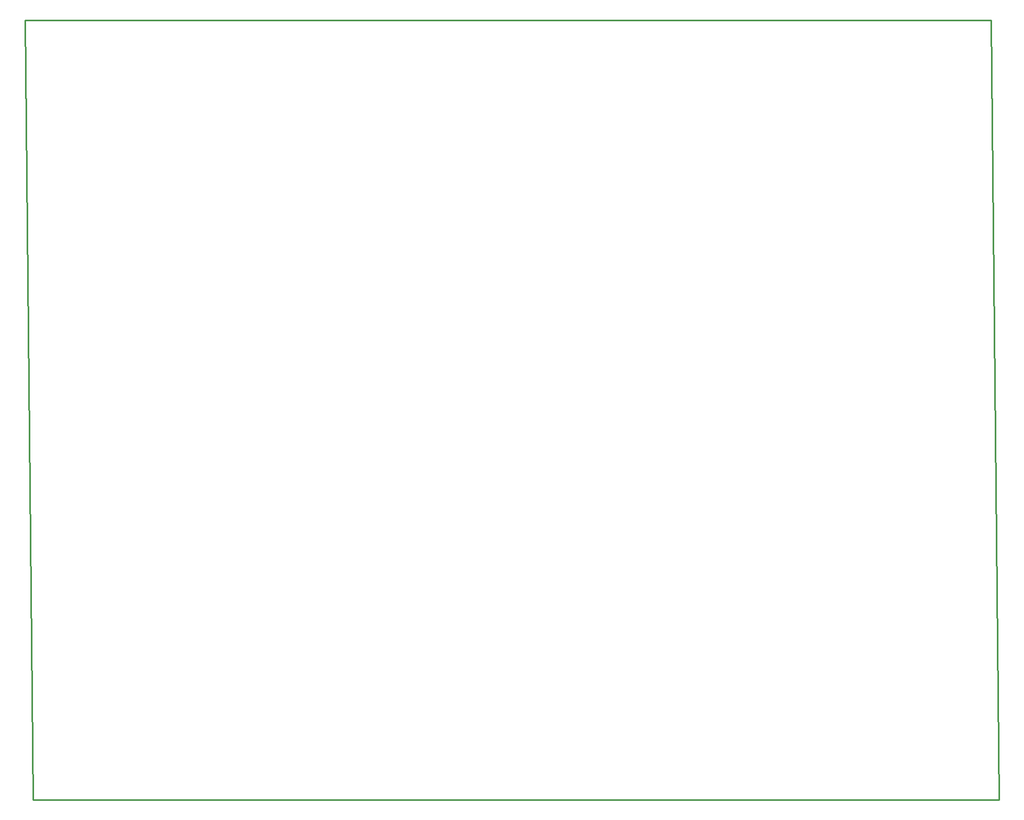
<source format=gbr>
G04 EAGLE Gerber RS-274X export*
G75*
%MOMM*%
%FSLAX34Y34*%
%LPD*%
%IN*%
%IPPOS*%
%AMOC8*
5,1,8,0,0,1.08239X$1,22.5*%
G01*
%ADD10C,0.254000*%


D10*
X-12700Y1241300D02*
X0Y0D01*
X1536500Y0D01*
X1523800Y1241300D01*
X-12700Y1241300D01*
M02*

</source>
